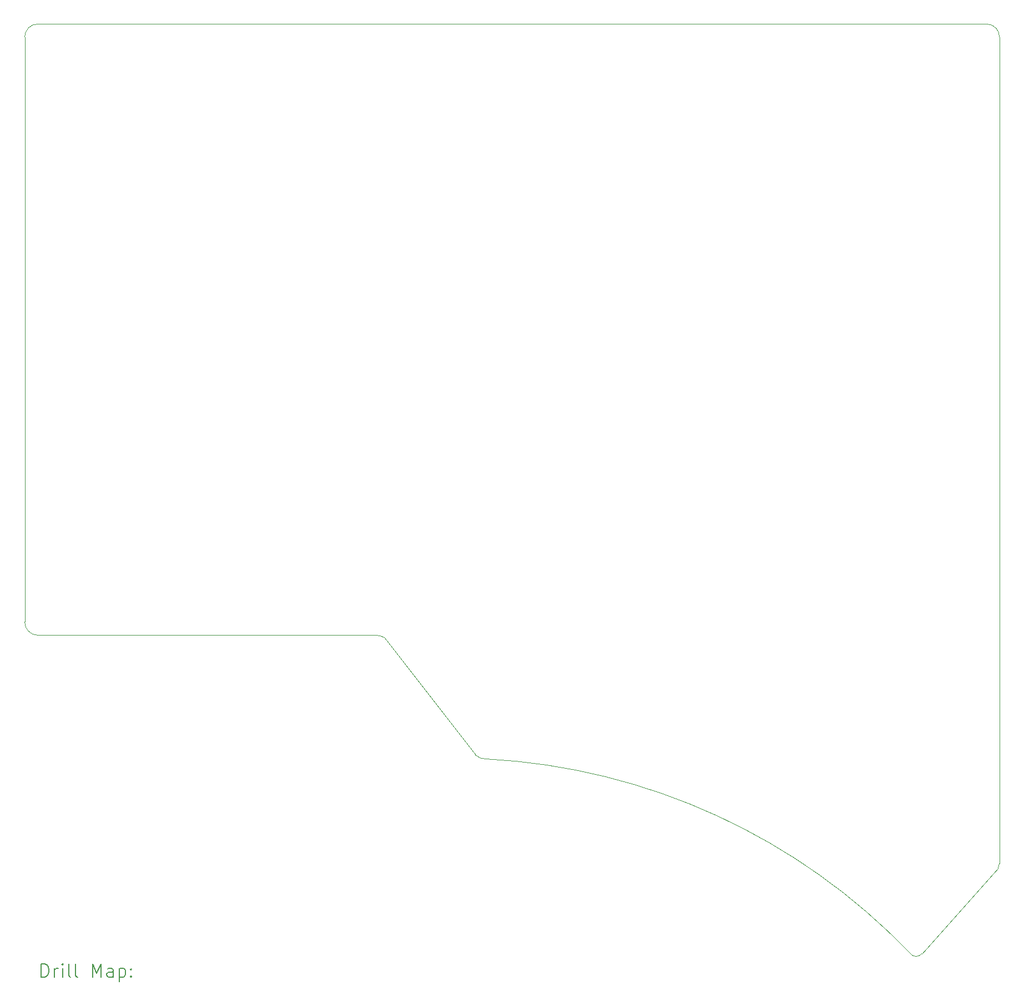
<source format=gbr>
%FSLAX45Y45*%
G04 Gerber Fmt 4.5, Leading zero omitted, Abs format (unit mm)*
G04 Created by KiCad (PCBNEW (6.0.5)) date 2022-10-04 21:38:22*
%MOMM*%
%LPD*%
G01*
G04 APERTURE LIST*
%TA.AperFunction,Profile*%
%ADD10C,0.100000*%
%TD*%
%ADD11C,0.200000*%
G04 APERTURE END LIST*
D10*
X6123000Y-7274000D02*
X4962000Y-8575000D01*
X-3231000Y-3754000D02*
G75*
G03*
X-3372000Y-3714000I-133168J-200906D01*
G01*
X4783000Y-8570000D02*
G75*
G03*
X-1674000Y-5604000I-6964601J-6650515D01*
G01*
X-1847000Y-5543000D02*
G75*
G03*
X-1674000Y-5604000I157834J171807D01*
G01*
X6146002Y5417000D02*
G75*
G03*
X5958000Y5617000I-194702J5340D01*
G01*
X6146000Y-7200000D02*
X6146000Y5417000D01*
X-8523000Y5617000D02*
G75*
G03*
X-8723000Y5418000I-2392J-197598D01*
G01*
X-8723000Y-3511000D02*
G75*
G03*
X-8523000Y-3714000I202211J-799D01*
G01*
X-8723000Y-3511000D02*
X-8723000Y5418000D01*
X-8523000Y-3714000D02*
X-3372000Y-3714000D01*
X-3231000Y-3754000D02*
X-1847000Y-5543000D01*
X6122999Y-7273999D02*
G75*
G03*
X6146000Y-7200000I-153349J88239D01*
G01*
X5958000Y5617000D02*
X-8523000Y5617000D01*
X4783002Y-8569999D02*
G75*
G03*
X4962000Y-8575000I91418J66179D01*
G01*
D11*
X-8470386Y-8932154D02*
X-8470386Y-8732154D01*
X-8422767Y-8732154D01*
X-8394195Y-8741678D01*
X-8375148Y-8760725D01*
X-8365624Y-8779773D01*
X-8356100Y-8817868D01*
X-8356100Y-8846440D01*
X-8365624Y-8884535D01*
X-8375148Y-8903582D01*
X-8394195Y-8922630D01*
X-8422767Y-8932154D01*
X-8470386Y-8932154D01*
X-8270386Y-8932154D02*
X-8270386Y-8798820D01*
X-8270386Y-8836916D02*
X-8260862Y-8817868D01*
X-8251338Y-8808344D01*
X-8232291Y-8798820D01*
X-8213243Y-8798820D01*
X-8146576Y-8932154D02*
X-8146576Y-8798820D01*
X-8146576Y-8732154D02*
X-8156100Y-8741678D01*
X-8146576Y-8751201D01*
X-8137053Y-8741678D01*
X-8146576Y-8732154D01*
X-8146576Y-8751201D01*
X-8022767Y-8932154D02*
X-8041814Y-8922630D01*
X-8051338Y-8903582D01*
X-8051338Y-8732154D01*
X-7918005Y-8932154D02*
X-7937053Y-8922630D01*
X-7946576Y-8903582D01*
X-7946576Y-8732154D01*
X-7689433Y-8932154D02*
X-7689433Y-8732154D01*
X-7622767Y-8875011D01*
X-7556100Y-8732154D01*
X-7556100Y-8932154D01*
X-7375148Y-8932154D02*
X-7375148Y-8827392D01*
X-7384672Y-8808344D01*
X-7403719Y-8798820D01*
X-7441814Y-8798820D01*
X-7460862Y-8808344D01*
X-7375148Y-8922630D02*
X-7394195Y-8932154D01*
X-7441814Y-8932154D01*
X-7460862Y-8922630D01*
X-7470386Y-8903582D01*
X-7470386Y-8884535D01*
X-7460862Y-8865487D01*
X-7441814Y-8855963D01*
X-7394195Y-8855963D01*
X-7375148Y-8846440D01*
X-7279910Y-8798820D02*
X-7279910Y-8998820D01*
X-7279910Y-8808344D02*
X-7260862Y-8798820D01*
X-7222767Y-8798820D01*
X-7203719Y-8808344D01*
X-7194195Y-8817868D01*
X-7184672Y-8836916D01*
X-7184672Y-8894059D01*
X-7194195Y-8913106D01*
X-7203719Y-8922630D01*
X-7222767Y-8932154D01*
X-7260862Y-8932154D01*
X-7279910Y-8922630D01*
X-7098957Y-8913106D02*
X-7089433Y-8922630D01*
X-7098957Y-8932154D01*
X-7108481Y-8922630D01*
X-7098957Y-8913106D01*
X-7098957Y-8932154D01*
X-7098957Y-8808344D02*
X-7089433Y-8817868D01*
X-7098957Y-8827392D01*
X-7108481Y-8817868D01*
X-7098957Y-8808344D01*
X-7098957Y-8827392D01*
M02*

</source>
